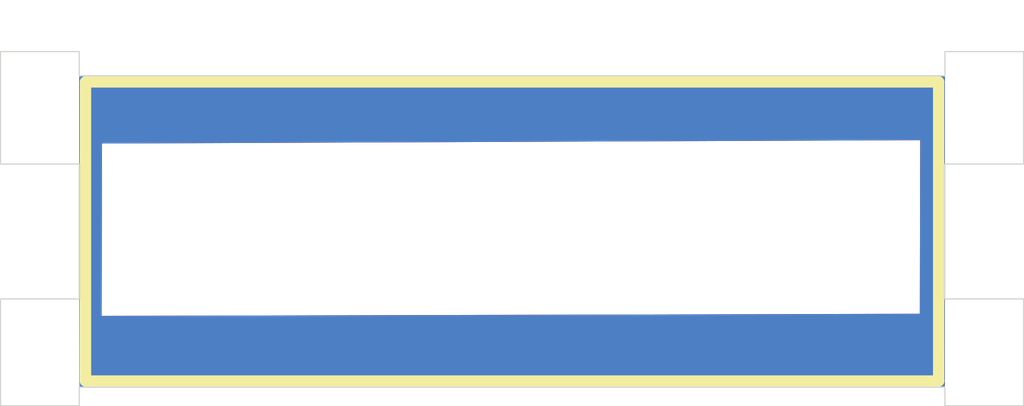
<source format=kicad_pcb>
(kicad_pcb (version 20221018) (generator pcbnew)
  (layers (0 "F.Cu" signal) (31 "B.Cu" signal) (34 "B.Paste" user) (35 "F.Paste" user) (36 "B.SilkS" user "B.Silkscreen") (37 "F.SilkS" user "F.Silkscreen") (38 "B.Mask" user) (39 "F.Mask" user) (44 "Edge.Cuts" user))
  (net 0 "")
  (footprint "TopEkoparty:Top" (layer "F.Cu") (at 150.79 92.21)
    (fp_text reference "Ref**" hide)
    (fp_text value "Val**" hide)
    (fp_line (start -37.94 -13.3) (end -37.94 13.3) (stroke (width 1)) (layer "F.SilkS"))
    (fp_line (start -37.94 13.3) (end 37.94 13.3) (stroke (width 1)) (layer "F.SilkS"))
    (fp_line (start 37.94 -13.3) (end -37.94 -13.3) (stroke (width 1)) (layer "F.SilkS"))
    (fp_line (start 37.94 13.3) (end 37.94 -13.3) (stroke (width 1)) (layer "F.SilkS"))
    (fp_line (start -45.5 -16) (end -45.5 -6) (stroke (width 0.1)) (layer "Edge.Cuts"))
    (fp_line (start -45.5 -6) (end -38.5 -6) (stroke (width 0.1)) (layer "Edge.Cuts"))
    (fp_line (start -45.5 6) (end -45.5 15.5) (stroke (width 0.1)) (layer "Edge.Cuts"))
    (fp_line (start -45.5 15.5) (end -38.5 15.5) (stroke (width 0.1)) (layer "Edge.Cuts"))
    (fp_line (start -38.500004 -16) (end -45.5 -16) (stroke (width 0.1)) (layer "Edge.Cuts"))
    (fp_line (start -38.5 -13.847379) (end -38.5 -16) (stroke (width 0.1)) (layer "Edge.Cuts"))
    (fp_line (start -38.5 -13.847379) (end 38.5 -13.847379) (stroke (width 0.1)) (layer "Edge.Cuts"))
    (fp_line (start -38.5 -6) (end -38.5 6) (stroke (width 0.1)) (layer "Edge.Cuts"))
    (fp_line (start -38.5 6) (end -45.5 6) (stroke (width 0.1)) (layer "Edge.Cuts"))
    (fp_line (start -38.5 13.847379) (end -38.5 15.5) (stroke (width 0.1)) (layer "Edge.Cuts"))
    (fp_line (start 38.5 -16) (end 38.5 -13.847379) (stroke (width 0.1)) (layer "Edge.Cuts"))
    (fp_line (start 38.5 -6) (end 45.5 -6) (stroke (width 0.1)) (layer "Edge.Cuts"))
    (fp_line (start 38.5 6) (end 38.5 -6) (stroke (width 0.1)) (layer "Edge.Cuts"))
    (fp_line (start 38.5 13.847379) (end -38.5 13.847379) (stroke (width 0.1)) (layer "Edge.Cuts"))
    (fp_line (start 38.5 13.847379) (end 38.5 15.5) (stroke (width 0.1)) (layer "Edge.Cuts"))
    (fp_line (start 38.5 15.5) (end 45.5 15.5) (stroke (width 0.1)) (layer "Edge.Cuts"))
    (fp_line (start 45.5 -16) (end 38.5 -16) (stroke (width 0.1)) (layer "Edge.Cuts"))
    (fp_line (start 45.5 -6) (end 45.5 -16) (stroke (width 0.1)) (layer "Edge.Cuts"))
    (fp_line (start 45.5 6) (end 38.5 6) (stroke (width 0.1)) (layer "Edge.Cuts"))
    (fp_line (start 45.5 15.5) (end 45.5 6) (stroke (width 0.1)) (layer "Edge.Cuts"))
  )
  (zone (net 0) (net_name "") (layers "F&B.Cu") (connect_pads (clearance 0)) (min_thickness 0.25)
    (keepout (tracks not_allowed) (vias not_allowed) (pads not_allowed) (copperpour not_allowed) (footprints allowed))
    (fill (thermal_gap 0.5) (thermal_bridge_width 0.5))
    (polygon (pts (xy 114.31 84.386724) (xy 187.09 84.086724) (xy 187.06 99.53) (xy 114.28 99.72)))
  )
  (zone (net 0) (net_name "") (layers "F&B.Cu") (connect_pads (clearance 0.5)) (min_thickness 0.25) (fill yes (thermal_gap 0.5) (thermal_bridge_width 0.5) (island_removal_mode 1) (island_area_min 10))
    (polygon (pts (xy 112.29 78.36) (xy 189.29 78.36) (xy 189.28 106.06) (xy 112.31 106.06) (xy 112.31 104.55)))
  )
)
</source>
